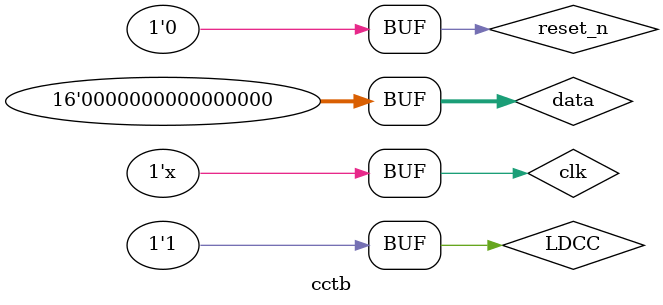
<source format=v>
`timescale 1ns / 1ps


module conditionCode(
	input[15:0] data,
	input LDCC, //should the condition codes be update
	input clk,
	input reset_n,
	output reg N, Z, P
    );
	always@(posedge clk or negedge reset_n)begin
		if(!reset_n)begin
			N<=0;
			Z<=0;
			P<=0;
		end
		else if(LDCC)begin
			//the controller will make sure that LDCC is enable at the right time
			N <= data[15]; //data[15] is the "sign" bit in 2's
			Z <= !(|data); //ROOM for optimization by "reusing" the reduction OR here
			P <= !data[15] && |data[14:0];
		end
	end
	
endmodule

//ConditionCode tb
module cctb();

	reg[15:0] data;
	reg LDCC, clk, reset_n;
	wire N, Z, P;

	conditionCode dut(.data(data),.LDCC(LDCC),.clk(clk),.reset_n(reset_n),.N(N),.Z(Z),.P(P));
	
	initial begin
		clk = 0;
		reset_n = 0;
		data = 0;
		LDCC = 0;
	end
	
	always #5 clk = ~clk;
	
	initial begin
		reset_n = 0;#10
		reset_n = 1; LDCC = 1; #10
		data = 16'hFFFF;#10
		data = 16'h0FFF;#10
		data = 16'h0000;#10
		reset_n = 0;
	end
endmodule

</source>
